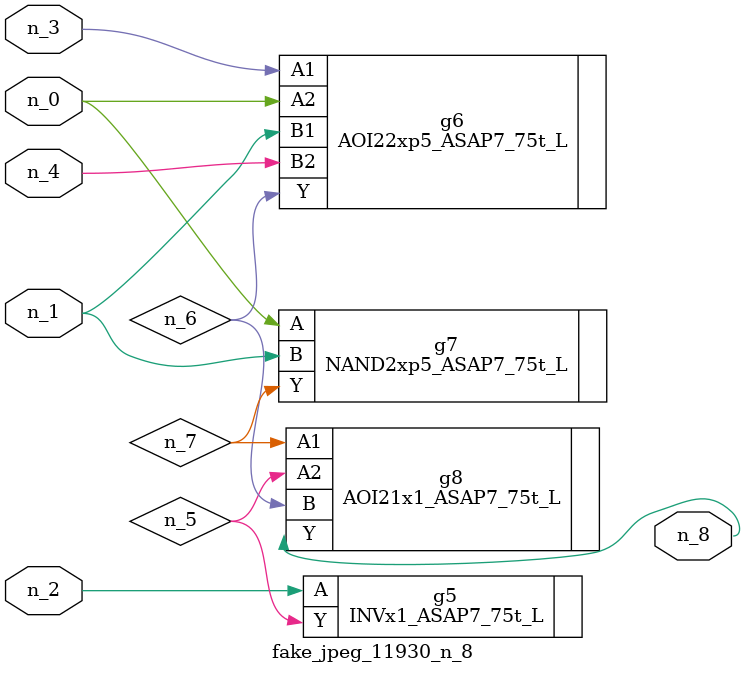
<source format=v>
module fake_jpeg_11930_n_8 (n_3, n_2, n_1, n_0, n_4, n_8);

input n_3;
input n_2;
input n_1;
input n_0;
input n_4;

output n_8;

wire n_6;
wire n_5;
wire n_7;

INVx1_ASAP7_75t_L g5 ( 
.A(n_2),
.Y(n_5)
);

AOI22xp5_ASAP7_75t_L g6 ( 
.A1(n_3),
.A2(n_0),
.B1(n_1),
.B2(n_4),
.Y(n_6)
);

NAND2xp5_ASAP7_75t_L g7 ( 
.A(n_0),
.B(n_1),
.Y(n_7)
);

AOI21x1_ASAP7_75t_L g8 ( 
.A1(n_7),
.A2(n_5),
.B(n_6),
.Y(n_8)
);


endmodule
</source>
